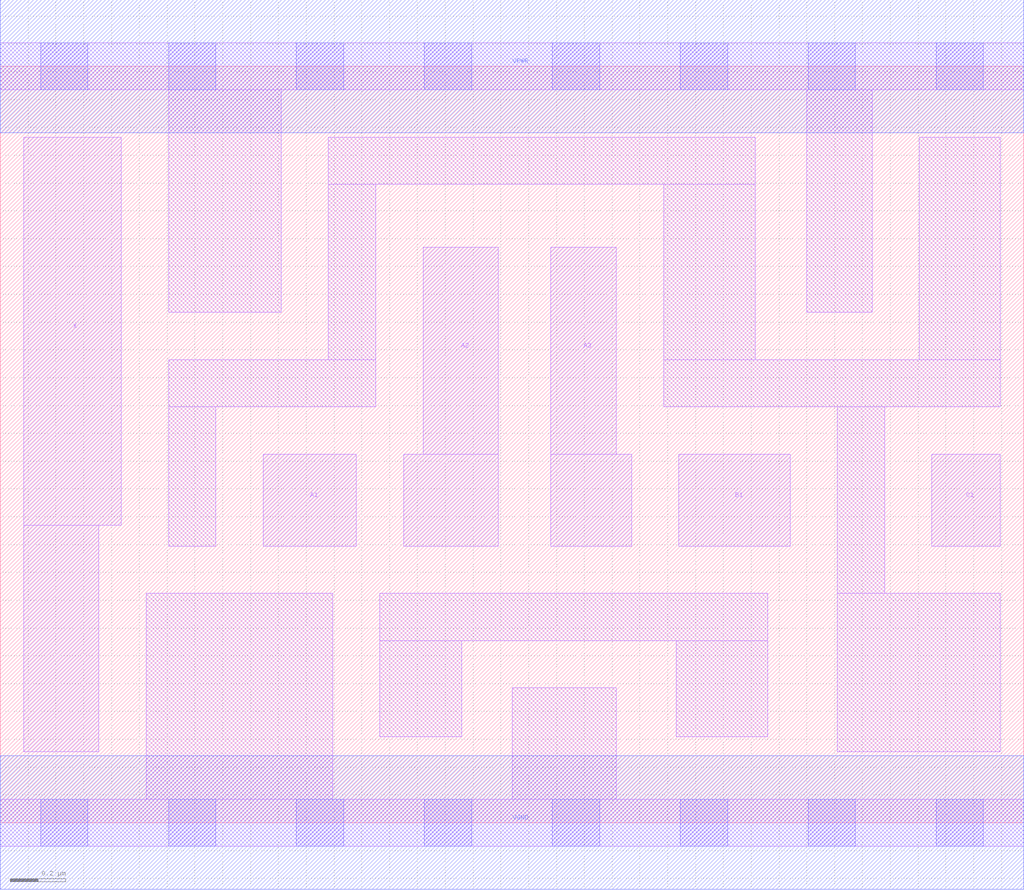
<source format=lef>
# Copyright 2020 The SkyWater PDK Authors
#
# Licensed under the Apache License, Version 2.0 (the "License");
# you may not use this file except in compliance with the License.
# You may obtain a copy of the License at
#
#     https://www.apache.org/licenses/LICENSE-2.0
#
# Unless required by applicable law or agreed to in writing, software
# distributed under the License is distributed on an "AS IS" BASIS,
# WITHOUT WARRANTIES OR CONDITIONS OF ANY KIND, either express or implied.
# See the License for the specific language governing permissions and
# limitations under the License.
#
# SPDX-License-Identifier: Apache-2.0

VERSION 5.7 ;
  NOWIREEXTENSIONATPIN ON ;
  DIVIDERCHAR "/" ;
  BUSBITCHARS "[]" ;
UNITS
  DATABASE MICRONS 200 ;
END UNITS
MACRO sky130_fd_sc_hd__o311a_1
  CLASS CORE ;
  FOREIGN sky130_fd_sc_hd__o311a_1 ;
  ORIGIN  0.000000  0.000000 ;
  SIZE  3.680000 BY  2.720000 ;
  SYMMETRY X Y R90 ;
  SITE unithd ;
  PIN A1
    ANTENNAGATEAREA  0.247500 ;
    DIRECTION INPUT ;
    USE SIGNAL ;
    PORT
      LAYER li1 ;
        RECT 0.945000 0.995000 1.280000 1.325000 ;
    END
  END A1
  PIN A2
    ANTENNAGATEAREA  0.247500 ;
    DIRECTION INPUT ;
    USE SIGNAL ;
    PORT
      LAYER li1 ;
        RECT 1.450000 0.995000 1.790000 1.325000 ;
        RECT 1.520000 1.325000 1.790000 2.070000 ;
    END
  END A2
  PIN A3
    ANTENNAGATEAREA  0.247500 ;
    DIRECTION INPUT ;
    USE SIGNAL ;
    PORT
      LAYER li1 ;
        RECT 1.980000 0.995000 2.270000 1.325000 ;
        RECT 1.980000 1.325000 2.215000 2.070000 ;
    END
  END A3
  PIN B1
    ANTENNAGATEAREA  0.247500 ;
    DIRECTION INPUT ;
    USE SIGNAL ;
    PORT
      LAYER li1 ;
        RECT 2.440000 0.995000 2.840000 1.325000 ;
    END
  END B1
  PIN C1
    ANTENNAGATEAREA  0.247500 ;
    DIRECTION INPUT ;
    USE SIGNAL ;
    PORT
      LAYER li1 ;
        RECT 3.350000 0.995000 3.595000 1.325000 ;
    END
  END C1
  PIN X
    ANTENNADIFFAREA  0.429000 ;
    DIRECTION OUTPUT ;
    USE SIGNAL ;
    PORT
      LAYER li1 ;
        RECT 0.085000 0.255000 0.355000 1.070000 ;
        RECT 0.085000 1.070000 0.435000 2.465000 ;
    END
  END X
  PIN VGND
    DIRECTION INOUT ;
    SHAPE ABUTMENT ;
    USE GROUND ;
    PORT
      LAYER met1 ;
        RECT 0.000000 -0.240000 3.680000 0.240000 ;
    END
  END VGND
  PIN VPWR
    DIRECTION INOUT ;
    SHAPE ABUTMENT ;
    USE POWER ;
    PORT
      LAYER met1 ;
        RECT 0.000000 2.480000 3.680000 2.960000 ;
    END
  END VPWR
  OBS
    LAYER li1 ;
      RECT 0.000000 -0.085000 3.680000 0.085000 ;
      RECT 0.000000  2.635000 3.680000 2.805000 ;
      RECT 0.525000  0.085000 1.195000 0.825000 ;
      RECT 0.605000  0.995000 0.775000 1.495000 ;
      RECT 0.605000  1.495000 1.350000 1.665000 ;
      RECT 0.605000  1.835000 1.010000 2.635000 ;
      RECT 1.180000  1.665000 1.350000 2.295000 ;
      RECT 1.180000  2.295000 2.715000 2.465000 ;
      RECT 1.365000  0.310000 1.660000 0.655000 ;
      RECT 1.365000  0.655000 2.760000 0.825000 ;
      RECT 1.840000  0.085000 2.215000 0.485000 ;
      RECT 2.385000  1.495000 3.595000 1.665000 ;
      RECT 2.385000  1.665000 2.715000 2.295000 ;
      RECT 2.430000  0.310000 2.760000 0.655000 ;
      RECT 2.900000  1.835000 3.135000 2.635000 ;
      RECT 3.010000  0.255000 3.595000 0.825000 ;
      RECT 3.010000  0.825000 3.180000 1.495000 ;
      RECT 3.305000  1.665000 3.595000 2.465000 ;
    LAYER mcon ;
      RECT 0.145000 -0.085000 0.315000 0.085000 ;
      RECT 0.145000  2.635000 0.315000 2.805000 ;
      RECT 0.605000 -0.085000 0.775000 0.085000 ;
      RECT 0.605000  2.635000 0.775000 2.805000 ;
      RECT 1.065000 -0.085000 1.235000 0.085000 ;
      RECT 1.065000  2.635000 1.235000 2.805000 ;
      RECT 1.525000 -0.085000 1.695000 0.085000 ;
      RECT 1.525000  2.635000 1.695000 2.805000 ;
      RECT 1.985000 -0.085000 2.155000 0.085000 ;
      RECT 1.985000  2.635000 2.155000 2.805000 ;
      RECT 2.445000 -0.085000 2.615000 0.085000 ;
      RECT 2.445000  2.635000 2.615000 2.805000 ;
      RECT 2.905000 -0.085000 3.075000 0.085000 ;
      RECT 2.905000  2.635000 3.075000 2.805000 ;
      RECT 3.365000 -0.085000 3.535000 0.085000 ;
      RECT 3.365000  2.635000 3.535000 2.805000 ;
  END
END sky130_fd_sc_hd__o311a_1
END LIBRARY

</source>
